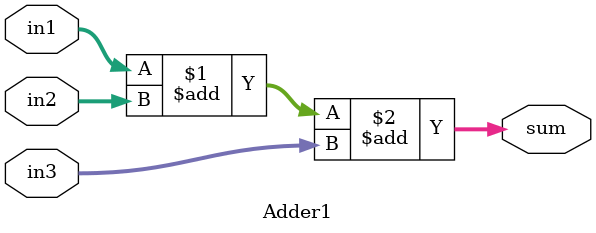
<source format=v>
module Adder1 (
    input  wire [31:0] in1,  // Đầu vào thứ nhất
    input  wire [31:0] in2,  // Đầu vào thứ hai
    input  wire [31:0] in3,  // Đầu vào thứ ba
    output wire [31:0] sum   // Kết quả đầu ra
);

    // Thực hiện phép cộng modulo 2^32
    assign sum = in1 + in2 + in3;

endmodule
</source>
